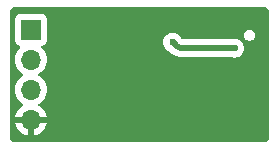
<source format=gbr>
%TF.GenerationSoftware,KiCad,Pcbnew,8.0.8-8.0.8-0~ubuntu24.04.1*%
%TF.CreationDate,2025-02-18T11:05:32+01:00*%
%TF.ProjectId,SPU0410LR5H,53505530-3431-4304-9c52-35482e6b6963,rev?*%
%TF.SameCoordinates,Original*%
%TF.FileFunction,Copper,L2,Bot*%
%TF.FilePolarity,Positive*%
%FSLAX46Y46*%
G04 Gerber Fmt 4.6, Leading zero omitted, Abs format (unit mm)*
G04 Created by KiCad (PCBNEW 8.0.8-8.0.8-0~ubuntu24.04.1) date 2025-02-18 11:05:32*
%MOMM*%
%LPD*%
G01*
G04 APERTURE LIST*
%TA.AperFunction,ComponentPad*%
%ADD10R,1.700000X1.700000*%
%TD*%
%TA.AperFunction,ComponentPad*%
%ADD11O,1.700000X1.700000*%
%TD*%
%TA.AperFunction,ViaPad*%
%ADD12C,0.600000*%
%TD*%
%TA.AperFunction,Conductor*%
%ADD13C,0.500000*%
%TD*%
G04 APERTURE END LIST*
D10*
%TO.P,J1,1,Pin_1*%
%TO.N,+3.3V*%
X16199999Y-16349999D03*
D11*
%TO.P,J1,2,Pin_2*%
%TO.N,OUTPUT*%
X16199999Y-18889999D03*
%TO.P,J1,3,Pin_3*%
%TO.N,VCC{slash}2*%
X16199999Y-21429999D03*
%TO.P,J1,4,Pin_4*%
%TO.N,GND*%
X16199999Y-23969999D03*
%TD*%
D12*
%TO.N,+3.3V*%
X33449999Y-17914999D03*
X28199999Y-17414999D03*
%TO.N,GND*%
X24149999Y-24899999D03*
X18899999Y-24899999D03*
X34699999Y-18010498D03*
X32399999Y-15899999D03*
X33399999Y-14899999D03*
X22399999Y-24899999D03*
X20649999Y-24899999D03*
X25149999Y-23899999D03*
X30649999Y-15899999D03*
X23399999Y-16164999D03*
X21649999Y-16164999D03*
X31649999Y-14899999D03*
X25149999Y-16164999D03*
X30899999Y-24899999D03*
X31899999Y-23899999D03*
X34699999Y-19899999D03*
X32649999Y-24899999D03*
X26149999Y-18899999D03*
X21649999Y-23899999D03*
X26899999Y-19899999D03*
X23399999Y-23899999D03*
X18149999Y-23899999D03*
X19899999Y-23899999D03*
%TD*%
D13*
%TO.N,+3.3V*%
X29053552Y-17914999D02*
X33449999Y-17914999D01*
X28449999Y-17664999D02*
X28199999Y-17414999D01*
X28449999Y-17664999D02*
G75*
G03*
X29053552Y-17915019I603601J603599D01*
G01*
%TD*%
%TA.AperFunction,Conductor*%
%TO.N,GND*%
G36*
X35906922Y-14401279D02*
G01*
X35923411Y-14403136D01*
X35997267Y-14411457D01*
X36024324Y-14417632D01*
X36103546Y-14445353D01*
X36128549Y-14457394D01*
X36199606Y-14502042D01*
X36221313Y-14519354D01*
X36280645Y-14578686D01*
X36297957Y-14600394D01*
X36342600Y-14671441D01*
X36354649Y-14696461D01*
X36382363Y-14775666D01*
X36388541Y-14802734D01*
X36398719Y-14893058D01*
X36399499Y-14906943D01*
X36399499Y-25393039D01*
X36398719Y-25406922D01*
X36388540Y-25497264D01*
X36382361Y-25524336D01*
X36354648Y-25603534D01*
X36342601Y-25628551D01*
X36297956Y-25699603D01*
X36280643Y-25721312D01*
X36221312Y-25780643D01*
X36199603Y-25797956D01*
X36128551Y-25842601D01*
X36103534Y-25854648D01*
X36024336Y-25882361D01*
X35997265Y-25888540D01*
X35932897Y-25895792D01*
X35906921Y-25898719D01*
X35893040Y-25899499D01*
X14906962Y-25899499D01*
X14893078Y-25898719D01*
X14880553Y-25897307D01*
X14802735Y-25888539D01*
X14775666Y-25882361D01*
X14696462Y-25854647D01*
X14671443Y-25842598D01*
X14600397Y-25797956D01*
X14578689Y-25780644D01*
X14519355Y-25721310D01*
X14502042Y-25699601D01*
X14457398Y-25628551D01*
X14445353Y-25603538D01*
X14417636Y-25524330D01*
X14411461Y-25497276D01*
X14401277Y-25406891D01*
X14400499Y-25393019D01*
X14400499Y-18889998D01*
X14844340Y-18889998D01*
X14844340Y-18889999D01*
X14864935Y-19125402D01*
X14864937Y-19125412D01*
X14926093Y-19353654D01*
X14926095Y-19353658D01*
X14926096Y-19353662D01*
X15025964Y-19567829D01*
X15025966Y-19567833D01*
X15161500Y-19761394D01*
X15161505Y-19761401D01*
X15328596Y-19928492D01*
X15328602Y-19928497D01*
X15514157Y-20058424D01*
X15557782Y-20113001D01*
X15564976Y-20182499D01*
X15533453Y-20244854D01*
X15514157Y-20261574D01*
X15328596Y-20391504D01*
X15161504Y-20558596D01*
X15025964Y-20752168D01*
X15025963Y-20752170D01*
X14926097Y-20966334D01*
X14926093Y-20966343D01*
X14864937Y-21194585D01*
X14864935Y-21194595D01*
X14844340Y-21429998D01*
X14844340Y-21429999D01*
X14864935Y-21665402D01*
X14864937Y-21665412D01*
X14926093Y-21893654D01*
X14926095Y-21893658D01*
X14926096Y-21893662D01*
X15025964Y-22107829D01*
X15025966Y-22107833D01*
X15161500Y-22301394D01*
X15161505Y-22301401D01*
X15328596Y-22468492D01*
X15328602Y-22468497D01*
X15514593Y-22598729D01*
X15558218Y-22653306D01*
X15565412Y-22722804D01*
X15533889Y-22785159D01*
X15514594Y-22801879D01*
X15328921Y-22931889D01*
X15328919Y-22931890D01*
X15161890Y-23098919D01*
X15161885Y-23098925D01*
X15026399Y-23292419D01*
X15026398Y-23292421D01*
X14926569Y-23506506D01*
X14926566Y-23506512D01*
X14869363Y-23719998D01*
X14869363Y-23719999D01*
X15766987Y-23719999D01*
X15734074Y-23777006D01*
X15699999Y-23904173D01*
X15699999Y-24035825D01*
X15734074Y-24162992D01*
X15766987Y-24219999D01*
X14869363Y-24219999D01*
X14926566Y-24433485D01*
X14926569Y-24433491D01*
X15026398Y-24647577D01*
X15161893Y-24841081D01*
X15328916Y-25008104D01*
X15522420Y-25143599D01*
X15736506Y-25243428D01*
X15736515Y-25243432D01*
X15949999Y-25300633D01*
X15949999Y-24403011D01*
X16007006Y-24435924D01*
X16134173Y-24469999D01*
X16265825Y-24469999D01*
X16392992Y-24435924D01*
X16449999Y-24403011D01*
X16449999Y-25300632D01*
X16663482Y-25243432D01*
X16663491Y-25243428D01*
X16877577Y-25143599D01*
X17071081Y-25008104D01*
X17238104Y-24841081D01*
X17373599Y-24647577D01*
X17473428Y-24433491D01*
X17473431Y-24433485D01*
X17530635Y-24219999D01*
X16633011Y-24219999D01*
X16665924Y-24162992D01*
X16699999Y-24035825D01*
X16699999Y-23904173D01*
X16665924Y-23777006D01*
X16633011Y-23719999D01*
X17530635Y-23719999D01*
X17530634Y-23719998D01*
X17473431Y-23506512D01*
X17473428Y-23506506D01*
X17373599Y-23292421D01*
X17373598Y-23292419D01*
X17238112Y-23098925D01*
X17238107Y-23098919D01*
X17071077Y-22931889D01*
X16885404Y-22801878D01*
X16841779Y-22747301D01*
X16834587Y-22677803D01*
X16866109Y-22615448D01*
X16885405Y-22598729D01*
X17071400Y-22468494D01*
X17238494Y-22301400D01*
X17374034Y-22107829D01*
X17473902Y-21893662D01*
X17535062Y-21665407D01*
X17555658Y-21429999D01*
X17535062Y-21194591D01*
X17473902Y-20966336D01*
X17374034Y-20752170D01*
X17238494Y-20558598D01*
X17238493Y-20558596D01*
X17071401Y-20391505D01*
X17071395Y-20391500D01*
X16885841Y-20261574D01*
X16842216Y-20206997D01*
X16835022Y-20137499D01*
X16866545Y-20075144D01*
X16885841Y-20058424D01*
X16908025Y-20042890D01*
X17071400Y-19928494D01*
X17238494Y-19761400D01*
X17374034Y-19567829D01*
X17473902Y-19353662D01*
X17535062Y-19125407D01*
X17555658Y-18889999D01*
X17535062Y-18654591D01*
X17473902Y-18426336D01*
X17374034Y-18212170D01*
X17362488Y-18195681D01*
X17238495Y-18018599D01*
X17238494Y-18018598D01*
X17116566Y-17896670D01*
X17083083Y-17835350D01*
X17088067Y-17765658D01*
X17129938Y-17709724D01*
X17160914Y-17692809D01*
X17292330Y-17643795D01*
X17407545Y-17557545D01*
X17493795Y-17442330D01*
X17503990Y-17414995D01*
X27394434Y-17414995D01*
X27394434Y-17415002D01*
X27414629Y-17594248D01*
X27414630Y-17594253D01*
X27474210Y-17764522D01*
X27474924Y-17765658D01*
X27570183Y-17917261D01*
X27697737Y-18044815D01*
X27850477Y-18140788D01*
X27850479Y-18140788D01*
X27850483Y-18140791D01*
X27856755Y-18143812D01*
X27855868Y-18145652D01*
X27891936Y-18168304D01*
X27919314Y-18195682D01*
X27919314Y-18195681D01*
X27977469Y-18253837D01*
X27977923Y-18254262D01*
X27993670Y-18270010D01*
X28160466Y-18397999D01*
X28160478Y-18398008D01*
X28342568Y-18503142D01*
X28536822Y-18583612D01*
X28739917Y-18638039D01*
X28948379Y-18665494D01*
X28972822Y-18665494D01*
X28972888Y-18665499D01*
X29053510Y-18665499D01*
X29132391Y-18665503D01*
X29132396Y-18665501D01*
X29138785Y-18665502D01*
X29138862Y-18665499D01*
X33150027Y-18665499D01*
X33190982Y-18672457D01*
X33270744Y-18700367D01*
X33270749Y-18700368D01*
X33449995Y-18720564D01*
X33449999Y-18720564D01*
X33450003Y-18720564D01*
X33629248Y-18700368D01*
X33629251Y-18700367D01*
X33629254Y-18700367D01*
X33799521Y-18640788D01*
X33952261Y-18544815D01*
X34079815Y-18417261D01*
X34175788Y-18264521D01*
X34235367Y-18094254D01*
X34235368Y-18094248D01*
X34255564Y-17915002D01*
X34255564Y-17914995D01*
X34235368Y-17735749D01*
X34235367Y-17735744D01*
X34203193Y-17643796D01*
X34175788Y-17565477D01*
X34079815Y-17412737D01*
X33952261Y-17285183D01*
X33894030Y-17248594D01*
X33799522Y-17189210D01*
X33629253Y-17129630D01*
X33629248Y-17129629D01*
X33450003Y-17109434D01*
X33449995Y-17109434D01*
X33270749Y-17129629D01*
X33270744Y-17129630D01*
X33190982Y-17157541D01*
X33150027Y-17164499D01*
X29062229Y-17164499D01*
X28995190Y-17144814D01*
X28974548Y-17128180D01*
X28953306Y-17106938D01*
X28930652Y-17070868D01*
X28928812Y-17071755D01*
X28925791Y-17065483D01*
X28925788Y-17065479D01*
X28925788Y-17065477D01*
X28829815Y-16912737D01*
X28702261Y-16785183D01*
X28634965Y-16742898D01*
X34224499Y-16742898D01*
X34224499Y-16868100D01*
X34256904Y-16989035D01*
X34319504Y-17097463D01*
X34408035Y-17185994D01*
X34516463Y-17248594D01*
X34637398Y-17280999D01*
X34637400Y-17280999D01*
X34762598Y-17280999D01*
X34762600Y-17280999D01*
X34883535Y-17248594D01*
X34991963Y-17185994D01*
X35080494Y-17097463D01*
X35143094Y-16989035D01*
X35175499Y-16868100D01*
X35175499Y-16742898D01*
X35143094Y-16621963D01*
X35080494Y-16513535D01*
X34991963Y-16425004D01*
X34883535Y-16362404D01*
X34883536Y-16362404D01*
X34843223Y-16351602D01*
X34762600Y-16329999D01*
X34637398Y-16329999D01*
X34556774Y-16351602D01*
X34516462Y-16362404D01*
X34408036Y-16425003D01*
X34408033Y-16425005D01*
X34319505Y-16513533D01*
X34319503Y-16513536D01*
X34256904Y-16621962D01*
X34254849Y-16629631D01*
X34224499Y-16742898D01*
X28634965Y-16742898D01*
X28549522Y-16689210D01*
X28379253Y-16629630D01*
X28379248Y-16629629D01*
X28200003Y-16609434D01*
X28199995Y-16609434D01*
X28020749Y-16629629D01*
X28020744Y-16629630D01*
X27850475Y-16689210D01*
X27697736Y-16785183D01*
X27570183Y-16912736D01*
X27474210Y-17065475D01*
X27414630Y-17235744D01*
X27414629Y-17235749D01*
X27394434Y-17414995D01*
X17503990Y-17414995D01*
X17544090Y-17307482D01*
X17550499Y-17247872D01*
X17550498Y-15452127D01*
X17544090Y-15392516D01*
X17493795Y-15257668D01*
X17493794Y-15257667D01*
X17493792Y-15257663D01*
X17407546Y-15142454D01*
X17407543Y-15142451D01*
X17292334Y-15056205D01*
X17292327Y-15056201D01*
X17157481Y-15005907D01*
X17157482Y-15005907D01*
X17097882Y-14999500D01*
X17097880Y-14999499D01*
X17097872Y-14999499D01*
X17097863Y-14999499D01*
X15302128Y-14999499D01*
X15302122Y-14999500D01*
X15242515Y-15005907D01*
X15107670Y-15056201D01*
X15107663Y-15056205D01*
X14992454Y-15142451D01*
X14992451Y-15142454D01*
X14906205Y-15257663D01*
X14906201Y-15257670D01*
X14855907Y-15392516D01*
X14849500Y-15452115D01*
X14849500Y-15452122D01*
X14849499Y-15452134D01*
X14849499Y-17247869D01*
X14849500Y-17247875D01*
X14855907Y-17307482D01*
X14906201Y-17442327D01*
X14906205Y-17442334D01*
X14992451Y-17557543D01*
X14992454Y-17557546D01*
X15107663Y-17643792D01*
X15107670Y-17643796D01*
X15239080Y-17692809D01*
X15295014Y-17734680D01*
X15319431Y-17800144D01*
X15304579Y-17868417D01*
X15283429Y-17896672D01*
X15161502Y-18018599D01*
X15025964Y-18212168D01*
X15025963Y-18212170D01*
X14926097Y-18426334D01*
X14926093Y-18426343D01*
X14864937Y-18654585D01*
X14864935Y-18654595D01*
X14844340Y-18889998D01*
X14400499Y-18889998D01*
X14400499Y-14906959D01*
X14401279Y-14893075D01*
X14401281Y-14893058D01*
X14411458Y-14802731D01*
X14417636Y-14775666D01*
X14445352Y-14696455D01*
X14457395Y-14671449D01*
X14502045Y-14600388D01*
X14519350Y-14578689D01*
X14578689Y-14519350D01*
X14600388Y-14502045D01*
X14671449Y-14457395D01*
X14696455Y-14445352D01*
X14775669Y-14417634D01*
X14802732Y-14411458D01*
X14865325Y-14404406D01*
X14893079Y-14401279D01*
X14906962Y-14400499D01*
X14965892Y-14400499D01*
X35834107Y-14400499D01*
X35893040Y-14400499D01*
X35906922Y-14401279D01*
G37*
%TD.AperFunction*%
%TD*%
M02*

</source>
